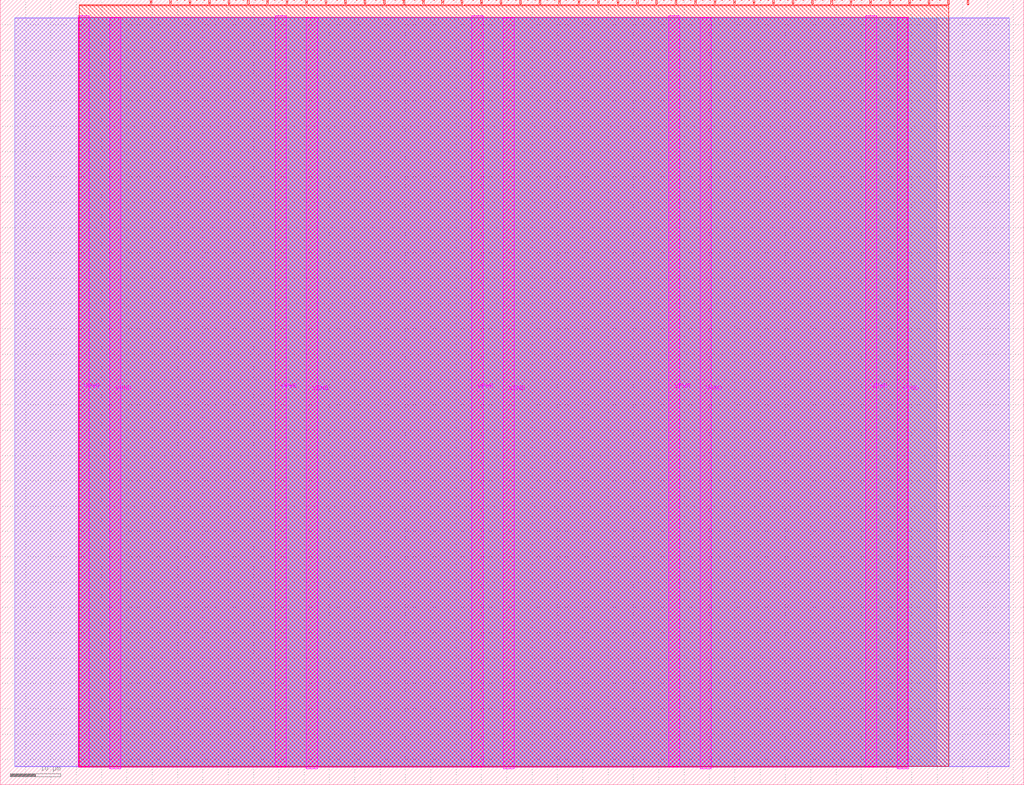
<source format=lef>
VERSION 5.7 ;
  NOWIREEXTENSIONATPIN ON ;
  DIVIDERCHAR "/" ;
  BUSBITCHARS "[]" ;
MACRO tt_um_wokwi_455300137923517441
  CLASS BLOCK ;
  FOREIGN tt_um_wokwi_455300137923517441 ;
  ORIGIN 0.000 0.000 ;
  SIZE 202.080 BY 154.980 ;
  PIN VGND
    DIRECTION INOUT ;
    USE GROUND ;
    PORT
      LAYER TopMetal1 ;
        RECT 21.580 3.150 23.780 151.420 ;
    END
    PORT
      LAYER TopMetal1 ;
        RECT 60.450 3.150 62.650 151.420 ;
    END
    PORT
      LAYER TopMetal1 ;
        RECT 99.320 3.150 101.520 151.420 ;
    END
    PORT
      LAYER TopMetal1 ;
        RECT 138.190 3.150 140.390 151.420 ;
    END
    PORT
      LAYER TopMetal1 ;
        RECT 177.060 3.150 179.260 151.420 ;
    END
  END VGND
  PIN VPWR
    DIRECTION INOUT ;
    USE POWER ;
    PORT
      LAYER TopMetal1 ;
        RECT 15.380 3.560 17.580 151.830 ;
    END
    PORT
      LAYER TopMetal1 ;
        RECT 54.250 3.560 56.450 151.830 ;
    END
    PORT
      LAYER TopMetal1 ;
        RECT 93.120 3.560 95.320 151.830 ;
    END
    PORT
      LAYER TopMetal1 ;
        RECT 131.990 3.560 134.190 151.830 ;
    END
    PORT
      LAYER TopMetal1 ;
        RECT 170.860 3.560 173.060 151.830 ;
    END
  END VPWR
  PIN clk
    DIRECTION INPUT ;
    USE SIGNAL ;
    ANTENNAGATEAREA 1.450800 ;
    PORT
      LAYER Metal4 ;
        RECT 187.050 153.980 187.350 154.980 ;
    END
  END clk
  PIN ena
    DIRECTION INPUT ;
    USE SIGNAL ;
    PORT
      LAYER Metal4 ;
        RECT 190.890 153.980 191.190 154.980 ;
    END
  END ena
  PIN rst_n
    DIRECTION INPUT ;
    USE SIGNAL ;
    ANTENNAGATEAREA 0.180700 ;
    PORT
      LAYER Metal4 ;
        RECT 183.210 153.980 183.510 154.980 ;
    END
  END rst_n
  PIN ui_in[0]
    DIRECTION INPUT ;
    USE SIGNAL ;
    PORT
      LAYER Metal4 ;
        RECT 179.370 153.980 179.670 154.980 ;
    END
  END ui_in[0]
  PIN ui_in[1]
    DIRECTION INPUT ;
    USE SIGNAL ;
    PORT
      LAYER Metal4 ;
        RECT 175.530 153.980 175.830 154.980 ;
    END
  END ui_in[1]
  PIN ui_in[2]
    DIRECTION INPUT ;
    USE SIGNAL ;
    PORT
      LAYER Metal4 ;
        RECT 171.690 153.980 171.990 154.980 ;
    END
  END ui_in[2]
  PIN ui_in[3]
    DIRECTION INPUT ;
    USE SIGNAL ;
    PORT
      LAYER Metal4 ;
        RECT 167.850 153.980 168.150 154.980 ;
    END
  END ui_in[3]
  PIN ui_in[4]
    DIRECTION INPUT ;
    USE SIGNAL ;
    PORT
      LAYER Metal4 ;
        RECT 164.010 153.980 164.310 154.980 ;
    END
  END ui_in[4]
  PIN ui_in[5]
    DIRECTION INPUT ;
    USE SIGNAL ;
    PORT
      LAYER Metal4 ;
        RECT 160.170 153.980 160.470 154.980 ;
    END
  END ui_in[5]
  PIN ui_in[6]
    DIRECTION INPUT ;
    USE SIGNAL ;
    PORT
      LAYER Metal4 ;
        RECT 156.330 153.980 156.630 154.980 ;
    END
  END ui_in[6]
  PIN ui_in[7]
    DIRECTION INPUT ;
    USE SIGNAL ;
    PORT
      LAYER Metal4 ;
        RECT 152.490 153.980 152.790 154.980 ;
    END
  END ui_in[7]
  PIN uio_in[0]
    DIRECTION INPUT ;
    USE SIGNAL ;
    PORT
      LAYER Metal4 ;
        RECT 148.650 153.980 148.950 154.980 ;
    END
  END uio_in[0]
  PIN uio_in[1]
    DIRECTION INPUT ;
    USE SIGNAL ;
    PORT
      LAYER Metal4 ;
        RECT 144.810 153.980 145.110 154.980 ;
    END
  END uio_in[1]
  PIN uio_in[2]
    DIRECTION INPUT ;
    USE SIGNAL ;
    PORT
      LAYER Metal4 ;
        RECT 140.970 153.980 141.270 154.980 ;
    END
  END uio_in[2]
  PIN uio_in[3]
    DIRECTION INPUT ;
    USE SIGNAL ;
    PORT
      LAYER Metal4 ;
        RECT 137.130 153.980 137.430 154.980 ;
    END
  END uio_in[3]
  PIN uio_in[4]
    DIRECTION INPUT ;
    USE SIGNAL ;
    PORT
      LAYER Metal4 ;
        RECT 133.290 153.980 133.590 154.980 ;
    END
  END uio_in[4]
  PIN uio_in[5]
    DIRECTION INPUT ;
    USE SIGNAL ;
    PORT
      LAYER Metal4 ;
        RECT 129.450 153.980 129.750 154.980 ;
    END
  END uio_in[5]
  PIN uio_in[6]
    DIRECTION INPUT ;
    USE SIGNAL ;
    PORT
      LAYER Metal4 ;
        RECT 125.610 153.980 125.910 154.980 ;
    END
  END uio_in[6]
  PIN uio_in[7]
    DIRECTION INPUT ;
    USE SIGNAL ;
    PORT
      LAYER Metal4 ;
        RECT 121.770 153.980 122.070 154.980 ;
    END
  END uio_in[7]
  PIN uio_oe[0]
    DIRECTION OUTPUT ;
    USE SIGNAL ;
    ANTENNADIFFAREA 0.299200 ;
    PORT
      LAYER Metal4 ;
        RECT 56.490 153.980 56.790 154.980 ;
    END
  END uio_oe[0]
  PIN uio_oe[1]
    DIRECTION OUTPUT ;
    USE SIGNAL ;
    ANTENNADIFFAREA 0.299200 ;
    PORT
      LAYER Metal4 ;
        RECT 52.650 153.980 52.950 154.980 ;
    END
  END uio_oe[1]
  PIN uio_oe[2]
    DIRECTION OUTPUT ;
    USE SIGNAL ;
    ANTENNADIFFAREA 0.299200 ;
    PORT
      LAYER Metal4 ;
        RECT 48.810 153.980 49.110 154.980 ;
    END
  END uio_oe[2]
  PIN uio_oe[3]
    DIRECTION OUTPUT ;
    USE SIGNAL ;
    ANTENNADIFFAREA 0.299200 ;
    PORT
      LAYER Metal4 ;
        RECT 44.970 153.980 45.270 154.980 ;
    END
  END uio_oe[3]
  PIN uio_oe[4]
    DIRECTION OUTPUT ;
    USE SIGNAL ;
    ANTENNADIFFAREA 0.299200 ;
    PORT
      LAYER Metal4 ;
        RECT 41.130 153.980 41.430 154.980 ;
    END
  END uio_oe[4]
  PIN uio_oe[5]
    DIRECTION OUTPUT ;
    USE SIGNAL ;
    ANTENNADIFFAREA 0.299200 ;
    PORT
      LAYER Metal4 ;
        RECT 37.290 153.980 37.590 154.980 ;
    END
  END uio_oe[5]
  PIN uio_oe[6]
    DIRECTION OUTPUT ;
    USE SIGNAL ;
    ANTENNADIFFAREA 0.299200 ;
    PORT
      LAYER Metal4 ;
        RECT 33.450 153.980 33.750 154.980 ;
    END
  END uio_oe[6]
  PIN uio_oe[7]
    DIRECTION OUTPUT ;
    USE SIGNAL ;
    ANTENNADIFFAREA 0.299200 ;
    PORT
      LAYER Metal4 ;
        RECT 29.610 153.980 29.910 154.980 ;
    END
  END uio_oe[7]
  PIN uio_out[0]
    DIRECTION OUTPUT ;
    USE SIGNAL ;
    ANTENNADIFFAREA 0.299200 ;
    PORT
      LAYER Metal4 ;
        RECT 87.210 153.980 87.510 154.980 ;
    END
  END uio_out[0]
  PIN uio_out[1]
    DIRECTION OUTPUT ;
    USE SIGNAL ;
    ANTENNADIFFAREA 0.299200 ;
    PORT
      LAYER Metal4 ;
        RECT 83.370 153.980 83.670 154.980 ;
    END
  END uio_out[1]
  PIN uio_out[2]
    DIRECTION OUTPUT ;
    USE SIGNAL ;
    ANTENNADIFFAREA 0.299200 ;
    PORT
      LAYER Metal4 ;
        RECT 79.530 153.980 79.830 154.980 ;
    END
  END uio_out[2]
  PIN uio_out[3]
    DIRECTION OUTPUT ;
    USE SIGNAL ;
    ANTENNADIFFAREA 0.299200 ;
    PORT
      LAYER Metal4 ;
        RECT 75.690 153.980 75.990 154.980 ;
    END
  END uio_out[3]
  PIN uio_out[4]
    DIRECTION OUTPUT ;
    USE SIGNAL ;
    ANTENNADIFFAREA 0.299200 ;
    PORT
      LAYER Metal4 ;
        RECT 71.850 153.980 72.150 154.980 ;
    END
  END uio_out[4]
  PIN uio_out[5]
    DIRECTION OUTPUT ;
    USE SIGNAL ;
    ANTENNADIFFAREA 0.299200 ;
    PORT
      LAYER Metal4 ;
        RECT 68.010 153.980 68.310 154.980 ;
    END
  END uio_out[5]
  PIN uio_out[6]
    DIRECTION OUTPUT ;
    USE SIGNAL ;
    ANTENNADIFFAREA 0.299200 ;
    PORT
      LAYER Metal4 ;
        RECT 64.170 153.980 64.470 154.980 ;
    END
  END uio_out[6]
  PIN uio_out[7]
    DIRECTION OUTPUT ;
    USE SIGNAL ;
    ANTENNADIFFAREA 0.299200 ;
    PORT
      LAYER Metal4 ;
        RECT 60.330 153.980 60.630 154.980 ;
    END
  END uio_out[7]
  PIN uo_out[0]
    DIRECTION OUTPUT ;
    USE SIGNAL ;
    ANTENNADIFFAREA 0.708600 ;
    PORT
      LAYER Metal4 ;
        RECT 117.930 153.980 118.230 154.980 ;
    END
  END uo_out[0]
  PIN uo_out[1]
    DIRECTION OUTPUT ;
    USE SIGNAL ;
    ANTENNADIFFAREA 0.708600 ;
    PORT
      LAYER Metal4 ;
        RECT 114.090 153.980 114.390 154.980 ;
    END
  END uo_out[1]
  PIN uo_out[2]
    DIRECTION OUTPUT ;
    USE SIGNAL ;
    ANTENNADIFFAREA 0.708600 ;
    PORT
      LAYER Metal4 ;
        RECT 110.250 153.980 110.550 154.980 ;
    END
  END uo_out[2]
  PIN uo_out[3]
    DIRECTION OUTPUT ;
    USE SIGNAL ;
    ANTENNADIFFAREA 0.708600 ;
    PORT
      LAYER Metal4 ;
        RECT 106.410 153.980 106.710 154.980 ;
    END
  END uo_out[3]
  PIN uo_out[4]
    DIRECTION OUTPUT ;
    USE SIGNAL ;
    ANTENNADIFFAREA 0.708600 ;
    PORT
      LAYER Metal4 ;
        RECT 102.570 153.980 102.870 154.980 ;
    END
  END uo_out[4]
  PIN uo_out[5]
    DIRECTION OUTPUT ;
    USE SIGNAL ;
    ANTENNADIFFAREA 0.708600 ;
    PORT
      LAYER Metal4 ;
        RECT 98.730 153.980 99.030 154.980 ;
    END
  END uo_out[5]
  PIN uo_out[6]
    DIRECTION OUTPUT ;
    USE SIGNAL ;
    ANTENNADIFFAREA 0.708600 ;
    PORT
      LAYER Metal4 ;
        RECT 94.890 153.980 95.190 154.980 ;
    END
  END uo_out[6]
  PIN uo_out[7]
    DIRECTION OUTPUT ;
    USE SIGNAL ;
    ANTENNADIFFAREA 0.708600 ;
    PORT
      LAYER Metal4 ;
        RECT 91.050 153.980 91.350 154.980 ;
    END
  END uo_out[7]
  OBS
      LAYER GatPoly ;
        RECT 2.880 3.630 199.200 151.350 ;
      LAYER Metal1 ;
        RECT 2.880 3.560 199.200 151.420 ;
      LAYER Metal2 ;
        RECT 15.560 3.635 184.905 151.345 ;
      LAYER Metal3 ;
        RECT 15.515 3.680 187.345 151.300 ;
      LAYER Metal4 ;
        RECT 15.560 153.770 29.400 153.980 ;
        RECT 30.120 153.770 33.240 153.980 ;
        RECT 33.960 153.770 37.080 153.980 ;
        RECT 37.800 153.770 40.920 153.980 ;
        RECT 41.640 153.770 44.760 153.980 ;
        RECT 45.480 153.770 48.600 153.980 ;
        RECT 49.320 153.770 52.440 153.980 ;
        RECT 53.160 153.770 56.280 153.980 ;
        RECT 57.000 153.770 60.120 153.980 ;
        RECT 60.840 153.770 63.960 153.980 ;
        RECT 64.680 153.770 67.800 153.980 ;
        RECT 68.520 153.770 71.640 153.980 ;
        RECT 72.360 153.770 75.480 153.980 ;
        RECT 76.200 153.770 79.320 153.980 ;
        RECT 80.040 153.770 83.160 153.980 ;
        RECT 83.880 153.770 87.000 153.980 ;
        RECT 87.720 153.770 90.840 153.980 ;
        RECT 91.560 153.770 94.680 153.980 ;
        RECT 95.400 153.770 98.520 153.980 ;
        RECT 99.240 153.770 102.360 153.980 ;
        RECT 103.080 153.770 106.200 153.980 ;
        RECT 106.920 153.770 110.040 153.980 ;
        RECT 110.760 153.770 113.880 153.980 ;
        RECT 114.600 153.770 117.720 153.980 ;
        RECT 118.440 153.770 121.560 153.980 ;
        RECT 122.280 153.770 125.400 153.980 ;
        RECT 126.120 153.770 129.240 153.980 ;
        RECT 129.960 153.770 133.080 153.980 ;
        RECT 133.800 153.770 136.920 153.980 ;
        RECT 137.640 153.770 140.760 153.980 ;
        RECT 141.480 153.770 144.600 153.980 ;
        RECT 145.320 153.770 148.440 153.980 ;
        RECT 149.160 153.770 152.280 153.980 ;
        RECT 153.000 153.770 156.120 153.980 ;
        RECT 156.840 153.770 159.960 153.980 ;
        RECT 160.680 153.770 163.800 153.980 ;
        RECT 164.520 153.770 167.640 153.980 ;
        RECT 168.360 153.770 171.480 153.980 ;
        RECT 172.200 153.770 175.320 153.980 ;
        RECT 176.040 153.770 179.160 153.980 ;
        RECT 179.880 153.770 183.000 153.980 ;
        RECT 183.720 153.770 186.840 153.980 ;
        RECT 15.560 3.635 187.300 153.770 ;
      LAYER Metal5 ;
        RECT 15.515 3.470 179.125 151.510 ;
  END
END tt_um_wokwi_455300137923517441
END LIBRARY


</source>
